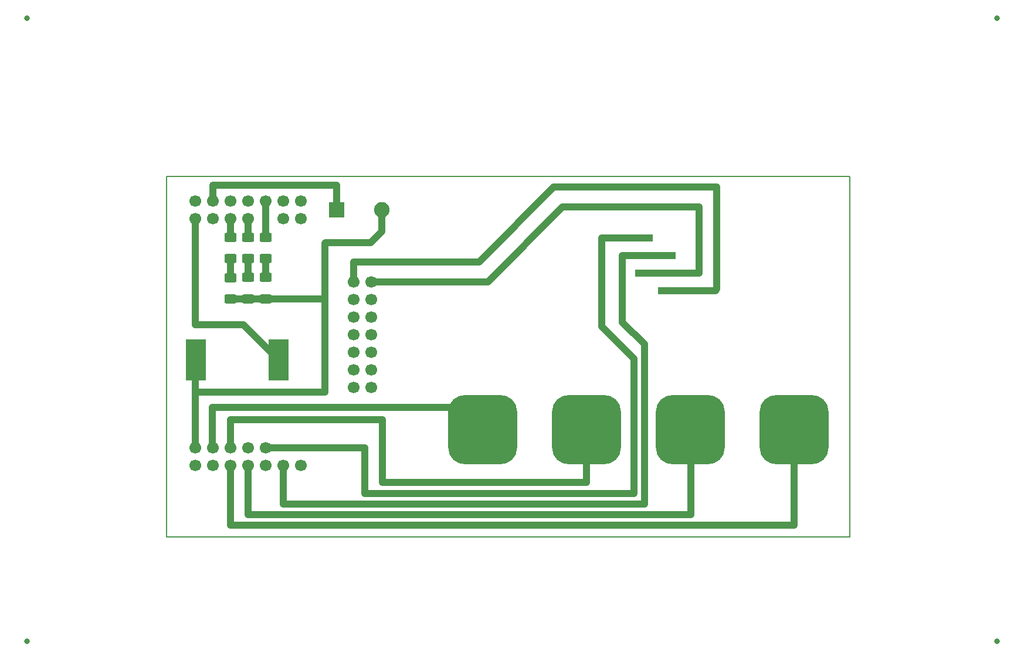
<source format=gbr>
%TF.GenerationSoftware,KiCad,Pcbnew,9.0.6*%
%TF.CreationDate,2025-12-29T15:43:59-03:00*%
%TF.ProjectId,adaptador_central,61646170-7461-4646-9f72-5f63656e7472,rev?*%
%TF.SameCoordinates,Original*%
%TF.FileFunction,Copper,L1,Top*%
%TF.FilePolarity,Positive*%
%FSLAX46Y46*%
G04 Gerber Fmt 4.6, Leading zero omitted, Abs format (unit mm)*
G04 Created by KiCad (PCBNEW 9.0.6) date 2025-12-29 15:43:59*
%MOMM*%
%LPD*%
G01*
G04 APERTURE LIST*
G04 Aperture macros list*
%AMRoundRect*
0 Rectangle with rounded corners*
0 $1 Rounding radius*
0 $2 $3 $4 $5 $6 $7 $8 $9 X,Y pos of 4 corners*
0 Add a 4 corners polygon primitive as box body*
4,1,4,$2,$3,$4,$5,$6,$7,$8,$9,$2,$3,0*
0 Add four circle primitives for the rounded corners*
1,1,$1+$1,$2,$3*
1,1,$1+$1,$4,$5*
1,1,$1+$1,$6,$7*
1,1,$1+$1,$8,$9*
0 Add four rect primitives between the rounded corners*
20,1,$1+$1,$2,$3,$4,$5,0*
20,1,$1+$1,$4,$5,$6,$7,0*
20,1,$1+$1,$6,$7,$8,$9,0*
20,1,$1+$1,$8,$9,$2,$3,0*%
G04 Aperture macros list end*
%TA.AperFunction,NonConductor*%
%ADD10C,0.200000*%
%TD*%
%TA.AperFunction,SMDPad,CuDef*%
%ADD11RoundRect,0.250000X-0.625000X0.400000X-0.625000X-0.400000X0.625000X-0.400000X0.625000X0.400000X0*%
%TD*%
%TA.AperFunction,ComponentPad*%
%ADD12C,1.700000*%
%TD*%
%TA.AperFunction,SMDPad,CuDef*%
%ADD13R,2.510000X1.000000*%
%TD*%
%TA.AperFunction,SMDPad,CuDef*%
%ADD14R,3.000000X6.000000*%
%TD*%
%TA.AperFunction,ComponentPad*%
%ADD15R,2.250000X2.250000*%
%TD*%
%TA.AperFunction,ComponentPad*%
%ADD16C,2.250000*%
%TD*%
%TA.AperFunction,SMDPad,CuDef*%
%ADD17RoundRect,2.500000X-2.500000X-2.500000X2.500000X-2.500000X2.500000X2.500000X-2.500000X2.500000X0*%
%TD*%
%TA.AperFunction,ViaPad*%
%ADD18C,0.800000*%
%TD*%
%TA.AperFunction,Conductor*%
%ADD19C,1.000000*%
%TD*%
G04 APERTURE END LIST*
D10*
X132638800Y-78435200D02*
X231241600Y-78435200D01*
X231241600Y-130556000D01*
X132638800Y-130556000D01*
X132638800Y-78435200D01*
D11*
%TO.P,R3,1*%
%TO.N,Net-(U1-MTCK{slash}GPIO39{slash}CLK_OUT3{slash}SUBSPICS1)*%
X146913600Y-87248400D03*
%TO.P,R3,2*%
%TO.N,Net-(D3-K)*%
X146913600Y-90348400D03*
%TD*%
D12*
%TO.P,U1,1,GND*%
%TO.N,Net-(Brd1-GND)*%
X136753600Y-120243600D03*
%TO.P,U1,2,3V3*%
%TO.N,Net-(BZ1-+)*%
X136753600Y-117703600D03*
%TO.P,U1,3,EN*%
%TO.N,unconnected-(U1-EN-Pad3)*%
X139293600Y-120243600D03*
%TO.P,U1,3v*%
%TO.N,N/C*%
X162153600Y-93723600D03*
%TO.P,U1,4,GPIO4/TOUCH4/ADC1_CH3*%
%TO.N,Net-(Jtouch1-Pin_1)*%
X139293600Y-117703600D03*
%TO.P,U1,5,GPIO5/TOUCH5/ADC1_CH4*%
%TO.N,Net-(Jtouch1-Pin_4)*%
X141833600Y-120243600D03*
%TO.P,U1,5v*%
%TO.N,N/C*%
X162153600Y-108963600D03*
%TO.P,U1,6,GPIO6/TOUCH6/ADC1_CH5*%
%TO.N,Net-(Jtouch1-Pin_2)*%
X141833600Y-117703600D03*
%TO.P,U1,7,GPIO7/TOUCH7/ADC1_CH6*%
%TO.N,Net-(Jtouch1-Pin_3)*%
X144373600Y-120243600D03*
%TO.P,U1,8,GPIO15/U0RTS/ADC2_CH4/XTAL_32K_P*%
%TO.N,unconnected-(U1-GPIO15{slash}U0RTS{slash}ADC2_CH4{slash}XTAL_32K_P-Pad8)*%
X144373600Y-117703600D03*
%TO.P,U1,9,GPIO16/U0CTS/ADC2_CH5/XTAL_32K_N*%
%TO.N,unconnected-(U1-GPIO16{slash}U0CTS{slash}ADC2_CH5{slash}XTAL_32K_N-Pad9)*%
X146913600Y-120243600D03*
%TO.P,U1,10,GPIO17/U1TXD/ADC2_CH6*%
%TO.N,Net-(Brd1-SDA)*%
X146913600Y-117703600D03*
%TO.P,U1,11,GPIO18/U1RXD/ADC2_CH7/CLK_OUT3*%
%TO.N,Net-(Brd1-SCL)*%
X149453600Y-120243600D03*
%TO.P,U1,13,GPIO19/U1RTS/ADC2_CH8/CLK_OUT2/USB_D-*%
%TO.N,unconnected-(U1-GPIO19{slash}U1RTS{slash}ADC2_CH8{slash}CLK_OUT2{slash}USB_D--Pad13)*%
X151993600Y-120243600D03*
%TO.P,U1,17,GPIO9/TOUCH9/ADC1_CH8/FSPIHD/SUBSPIHD*%
%TO.N,unconnected-(U1-GPIO9{slash}TOUCH9{slash}ADC1_CH8{slash}FSPIHD{slash}SUBSPIHD-Pad17)*%
X159613600Y-106423600D03*
%TO.P,U1,18,GPIO10/TOUCH10/ADC1_CH9/FSPICS0/FSPIIO4/SUBSPICS0*%
%TO.N,unconnected-(U1-GPIO10{slash}TOUCH10{slash}ADC1_CH9{slash}FSPICS0{slash}FSPIIO4{slash}SUBSPICS0-Pad18)*%
X162153600Y-103883600D03*
%TO.P,U1,19,GPIO11/TOUCH11/ADC2_CH0/FSPID/FSPIIO5/SUBSPID*%
%TO.N,unconnected-(U1-GPIO11{slash}TOUCH11{slash}ADC2_CH0{slash}FSPID{slash}FSPIIO5{slash}SUBSPID-Pad19)*%
X159613600Y-103883600D03*
%TO.P,U1,20,GPIO12/TOUCH12/ADC2_CH1/FSPICLK/FSPIIO6/SUBSPICLK*%
%TO.N,unconnected-(U1-GPIO12{slash}TOUCH12{slash}ADC2_CH1{slash}FSPICLK{slash}FSPIIO6{slash}SUBSPICLK-Pad20)*%
X162153600Y-101343600D03*
%TO.P,U1,21,GPIO13/TOUCH13/ADC2_CH2/FSPIQ/FSPIIO7/SUBSPIQ*%
%TO.N,unconnected-(U1-GPIO13{slash}TOUCH13{slash}ADC2_CH2{slash}FSPIQ{slash}FSPIIO7{slash}SUBSPIQ-Pad21)*%
X159613600Y-101343600D03*
%TO.P,U1,22,GPIO14/TOUCH14/ADC2_CH3/FSPIWP/FSPIDQS/SUBSPIWP*%
%TO.N,unconnected-(U1-GPIO14{slash}TOUCH14{slash}ADC2_CH3{slash}FSPIWP{slash}FSPIDQS{slash}SUBSPIWP-Pad22)*%
X162153600Y-98803600D03*
%TO.P,U1,23,GPIO21*%
%TO.N,unconnected-(U1-GPIO21-Pad23)*%
X159613600Y-98803600D03*
%TO.P,U1,24,GPIO47/SPICLK_P/SUBSPICLK_P_DIFF*%
%TO.N,unconnected-(U1-GPIO47{slash}SPICLK_P{slash}SUBSPICLK_P_DIFF-Pad24)*%
X162153600Y-96263600D03*
%TO.P,U1,25,GPIO48/SPICLK_N/SUBSPICLK_N_DIFF*%
%TO.N,unconnected-(U1-GPIO48{slash}SPICLK_N{slash}SUBSPICLK_N_DIFF-Pad25)*%
X159613600Y-96263600D03*
%TO.P,U1,27,GPIO0/BOOT*%
%TO.N,unconnected-(U1-GPIO0{slash}BOOT-Pad27)*%
X151993600Y-84543600D03*
%TO.P,U1,28,SPIIO6/GPIO35/FSPID/SUBSPID*%
%TO.N,unconnected-(U1-SPIIO6{slash}GPIO35{slash}FSPID{slash}SUBSPID-Pad28)*%
X151993600Y-82003600D03*
%TO.P,U1,29,SPIIO7/GPIO36/FSPICLK/SUBSPICLK*%
%TO.N,unconnected-(U1-SPIIO7{slash}GPIO36{slash}FSPICLK{slash}SUBSPICLK-Pad29)*%
X149453600Y-84543600D03*
%TO.P,U1,30,SPIDQS/GPIO37/FSPIQ/SUBSPIQ*%
%TO.N,unconnected-(U1-SPIDQS{slash}GPIO37{slash}FSPIQ{slash}SUBSPIQ-Pad30)*%
X149453600Y-82003600D03*
%TO.P,U1,32,MTCK/GPIO39/CLK_OUT3/SUBSPICS1*%
%TO.N,Net-(U1-MTCK{slash}GPIO39{slash}CLK_OUT3{slash}SUBSPICS1)*%
X146913600Y-82003600D03*
%TO.P,U1,33,MTDO/GPIO40/CLK_OUT2*%
%TO.N,Net-(U1-MTDO{slash}GPIO40{slash}CLK_OUT2)*%
X144373600Y-84543600D03*
%TO.P,U1,34,MTDI/GPIO41/CLK_OUT1*%
%TO.N,unconnected-(U1-MTDI{slash}GPIO41{slash}CLK_OUT1-Pad34)*%
X144373600Y-82003600D03*
%TO.P,U1,35,MTMS/GPIO42*%
%TO.N,Net-(U1-MTMS{slash}GPIO42)*%
X141833600Y-84543600D03*
%TO.P,U1,36,U0RXD/GPIO44/CLK_OUT2*%
%TO.N,unconnected-(U1-U0RXD{slash}GPIO44{slash}CLK_OUT2-Pad36)*%
X141833600Y-82003600D03*
%TO.P,U1,37,U0TXD/GPIO43/CLK_OUT1*%
%TO.N,unconnected-(U1-U0TXD{slash}GPIO43{slash}CLK_OUT1-Pad37)*%
X139293600Y-84543600D03*
%TO.P,U1,38,GPIO2/TOUCH2/ADC1_CH1*%
%TO.N,Net-(U1-GPIO2{slash}TOUCH2{slash}ADC1_CH1)*%
X139293600Y-82003600D03*
%TO.P,U1,39,GPIO1/TOUCH1/ADC1_CH0*%
%TO.N,Net-(BZ1--)*%
X136753600Y-84543600D03*
%TO.P,U1,40,GND*%
%TO.N,Net-(Brd1-GND)*%
X136753600Y-82003600D03*
%TO.P,U1,G*%
%TO.N,N/C*%
X159613600Y-93723600D03*
X159613600Y-108963600D03*
X162153600Y-106423600D03*
%TD*%
D11*
%TO.P,R2,1*%
%TO.N,Net-(U1-MTDO{slash}GPIO40{slash}CLK_OUT2)*%
X144373600Y-87248400D03*
%TO.P,R2,2*%
%TO.N,Net-(D2-K)*%
X144373600Y-90348400D03*
%TD*%
%TO.P,D1,1,K*%
%TO.N,Net-(D1-K)*%
X141833600Y-93090400D03*
%TO.P,D1,2,A*%
%TO.N,Net-(BZ1-+)*%
X141833600Y-96190400D03*
%TD*%
D13*
%TO.P,Brd1,1,GND*%
%TO.N,Net-(Brd1-GND)*%
X204825600Y-94945200D03*
%TO.P,Brd1,2,VCC*%
%TO.N,Net-(BZ1-+)*%
X201515600Y-92405200D03*
%TO.P,Brd1,3,SCL*%
%TO.N,Net-(Brd1-SCL)*%
X204825600Y-89865200D03*
%TO.P,Brd1,4,SDA*%
%TO.N,Net-(Brd1-SDA)*%
X201515600Y-87325200D03*
%TD*%
D14*
%TO.P,BZ1,1,+*%
%TO.N,Net-(BZ1-+)*%
X136798800Y-104952800D03*
%TO.P,BZ1,2,-*%
%TO.N,Net-(BZ1--)*%
X148798800Y-104952800D03*
%TD*%
D11*
%TO.P,R1,1*%
%TO.N,Net-(U1-MTMS{slash}GPIO42)*%
X141833600Y-87248400D03*
%TO.P,R1,2*%
%TO.N,Net-(D1-K)*%
X141833600Y-90348400D03*
%TD*%
D15*
%TO.P,SW1,1,A*%
%TO.N,Net-(U1-GPIO2{slash}TOUCH2{slash}ADC1_CH1)*%
X157176400Y-83312000D03*
D16*
%TO.P,SW1,2,A*%
%TO.N,Net-(BZ1-+)*%
X163676400Y-83312000D03*
%TD*%
D17*
%TO.P,Jtouch1,0,Pin_1*%
%TO.N,Net-(Jtouch1-Pin_1)*%
X178215200Y-115062000D03*
%TO.P,Jtouch1,1,Pin_2*%
%TO.N,Net-(Jtouch1-Pin_2)*%
X193215200Y-115062000D03*
%TO.P,Jtouch1,2,Pin_3*%
%TO.N,Net-(Jtouch1-Pin_3)*%
X208215200Y-115062000D03*
%TO.P,Jtouch1,3,Pin_4*%
%TO.N,Net-(Jtouch1-Pin_4)*%
X223215200Y-115062000D03*
%TD*%
D11*
%TO.P,D2,1,K*%
%TO.N,Net-(D2-K)*%
X144373600Y-93065600D03*
%TO.P,D2,2,A*%
%TO.N,Net-(BZ1-+)*%
X144373600Y-96165600D03*
%TD*%
%TO.P,D3,1,K*%
%TO.N,Net-(D3-K)*%
X146913600Y-93064400D03*
%TO.P,D3,2,A*%
%TO.N,Net-(BZ1-+)*%
X146913600Y-96164400D03*
%TD*%
D18*
%TO.N,*%
X112476000Y-55643600D03*
X252476000Y-145643600D03*
X252476000Y-55643600D03*
X112476000Y-145643600D03*
%TD*%
D19*
%TO.N,Net-(Jtouch1-Pin_2)*%
X141833600Y-117703600D02*
X141833600Y-113639600D01*
X141833600Y-113639600D02*
X163779200Y-113639600D01*
X163779200Y-122682000D02*
X193192400Y-122682000D01*
X193192400Y-122682000D02*
X193192400Y-115084800D01*
X163779200Y-113639600D02*
X163779200Y-122682000D01*
X193192400Y-115084800D02*
X193215200Y-115062000D01*
%TO.N,Net-(Jtouch1-Pin_4)*%
X223215200Y-128879600D02*
X141833600Y-128879600D01*
X223215200Y-115062000D02*
X223215200Y-128879600D01*
X141833600Y-128879600D02*
X141833600Y-120243600D01*
%TO.N,Net-(Jtouch1-Pin_1)*%
X139242800Y-117652800D02*
X139293600Y-117703600D01*
X139242800Y-111810800D02*
X139242800Y-117652800D01*
X174964000Y-111810800D02*
X139242800Y-111810800D01*
X178215200Y-115062000D02*
X174964000Y-111810800D01*
%TO.N,Net-(Jtouch1-Pin_3)*%
X208280000Y-127355600D02*
X208280000Y-115126800D01*
X144373600Y-120243600D02*
X144373600Y-127355600D01*
X144373600Y-127355600D02*
X208280000Y-127355600D01*
X208280000Y-115126800D02*
X208215200Y-115062000D01*
%TO.N,Net-(Brd1-SCL)*%
X149453600Y-125780800D02*
X149453600Y-120243600D01*
X201574400Y-125780800D02*
X149453600Y-125780800D01*
X198424800Y-89865200D02*
X198424800Y-99568000D01*
X204825600Y-89865200D02*
X198424800Y-89865200D01*
X201574400Y-102717600D02*
X201574400Y-125780800D01*
X198424800Y-99568000D02*
X201574400Y-102717600D01*
%TO.N,Net-(Brd1-SDA)*%
X200050400Y-104800400D02*
X200050400Y-124256800D01*
X195427600Y-100177600D02*
X200050400Y-104800400D01*
X146913600Y-117652800D02*
X146913600Y-117703600D01*
X201515600Y-87325200D02*
X195427600Y-87325200D01*
X161239200Y-124256800D02*
X161239200Y-117652800D01*
X161239200Y-117652800D02*
X146913600Y-117652800D01*
X195427600Y-87325200D02*
X195427600Y-100177600D01*
X200050400Y-124256800D02*
X161239200Y-124256800D01*
%TO.N,Net-(Brd1-GND)*%
X211819279Y-94945200D02*
X212034814Y-94729665D01*
X204825600Y-94945200D02*
X211819279Y-94945200D01*
X212034814Y-83519586D02*
X212039200Y-83515200D01*
X212039200Y-83515200D02*
X212039200Y-80010000D01*
X177736956Y-90791844D02*
X159613600Y-90791844D01*
X188518800Y-80010000D02*
X177736956Y-90791844D01*
X212039200Y-80010000D02*
X188518800Y-80010000D01*
X212034814Y-94729665D02*
X212034814Y-83519586D01*
X159613600Y-90791844D02*
X159613600Y-93723600D01*
%TO.N,Net-(BZ1-+)*%
X136753600Y-109626400D02*
X155498800Y-109626400D01*
X146913600Y-96164400D02*
X155498800Y-96164400D01*
X201548446Y-92438046D02*
X201515600Y-92405200D01*
X136753600Y-104998000D02*
X136798800Y-104952800D01*
X144348800Y-96190400D02*
X144373600Y-96165600D01*
X155498800Y-96164400D02*
X155498800Y-88087200D01*
X136753600Y-104998000D02*
X136753600Y-109626400D01*
X155498800Y-109626400D02*
X155498800Y-96164400D01*
X189788800Y-82905600D02*
X209510712Y-82905600D01*
X155498800Y-88087200D02*
X155549600Y-88036400D01*
X162153600Y-93723600D02*
X178970800Y-93723600D01*
X209510712Y-92438046D02*
X201548446Y-92438046D01*
X155549600Y-88036400D02*
X162052000Y-88036400D01*
X162052000Y-88036400D02*
X163676400Y-86412000D01*
X178970800Y-93723600D02*
X189788800Y-82905600D01*
X144373600Y-96165600D02*
X146912400Y-96165600D01*
X136753600Y-117703600D02*
X136753600Y-104998000D01*
X146912400Y-96165600D02*
X146913600Y-96164400D01*
X209510712Y-82905600D02*
X209510712Y-92438046D01*
X141833600Y-96190400D02*
X144348800Y-96190400D01*
X163676400Y-86412000D02*
X163676400Y-83312000D01*
%TO.N,Net-(BZ1--)*%
X143718800Y-99872800D02*
X148798800Y-104952800D01*
X136753600Y-99872800D02*
X143718800Y-99872800D01*
X136753600Y-84543600D02*
X136753600Y-99872800D01*
%TO.N,Net-(U1-GPIO2{slash}TOUCH2{slash}ADC1_CH1)*%
X139293600Y-82003600D02*
X139293600Y-79756000D01*
X139293600Y-79756000D02*
X157176400Y-79756000D01*
X157176400Y-79756000D02*
X157176400Y-83312000D01*
%TO.N,Net-(D1-K)*%
X141833600Y-90348400D02*
X141833600Y-93090400D01*
%TO.N,Net-(D2-K)*%
X144373600Y-90348400D02*
X144373600Y-93065600D01*
%TO.N,Net-(D3-K)*%
X146913600Y-90348400D02*
X146913600Y-93064400D01*
%TO.N,Net-(U1-MTMS{slash}GPIO42)*%
X141833600Y-84543600D02*
X141833600Y-87248400D01*
%TO.N,Net-(U1-MTDO{slash}GPIO40{slash}CLK_OUT2)*%
X144373600Y-84543600D02*
X144373600Y-87248400D01*
%TO.N,Net-(U1-MTCK{slash}GPIO39{slash}CLK_OUT3{slash}SUBSPICS1)*%
X146913600Y-82003600D02*
X146913600Y-87248400D01*
%TD*%
M02*

</source>
